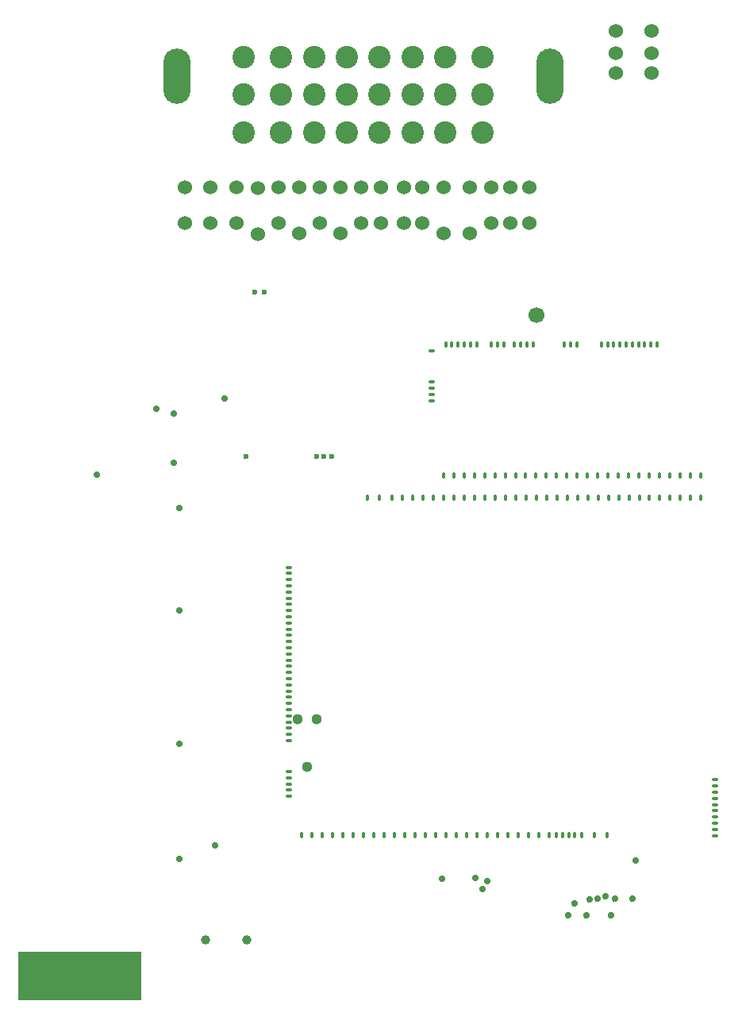
<source format=gbs>
G75*
G70*
%OFA0B0*%
%FSLAX25Y25*%
%IPPOS*%
%LPD*%
%AMOC8*
5,1,8,0,0,1.08239X$1,22.5*
%
%AMM213*
21,1,0.015350,0.009840,-0.000000,-0.000000,180.000000*
21,1,0.000000,0.025200,-0.000000,-0.000000,180.000000*
1,1,0.015350,-0.000000,0.004920*
1,1,0.015350,-0.000000,0.004920*
1,1,0.015350,-0.000000,-0.004920*
1,1,0.015350,-0.000000,-0.004920*
%
%AMM214*
21,1,0.015350,0.009840,-0.000000,-0.000000,270.000000*
21,1,0.000000,0.025200,-0.000000,-0.000000,270.000000*
1,1,0.015350,-0.004920,-0.000000*
1,1,0.015350,-0.004920,-0.000000*
1,1,0.015350,0.004920,-0.000000*
1,1,0.015350,0.004920,-0.000000*
%
%AMM279*
21,1,0.015350,0.009840,-0.000000,-0.000000,90.000000*
21,1,0.000000,0.025200,-0.000000,-0.000000,90.000000*
1,1,0.015350,0.004920,-0.000000*
1,1,0.015350,0.004920,-0.000000*
1,1,0.015350,-0.004920,-0.000000*
1,1,0.015350,-0.004920,-0.000000*
%
%ADD103O,0.11417X0.23228*%
%ADD107C,0.02362*%
%ADD121C,0.03937*%
%ADD139C,0.00472*%
%ADD181C,0.09449*%
%ADD193C,0.06000*%
%ADD208C,0.04451*%
%ADD35C,0.06693*%
%ADD365M213*%
%ADD366M214*%
%ADD437M279*%
%ADD74C,0.02913*%
X0000000Y0000000D02*
%LPD*%
G01*
D139*
X0026378Y0000591D02*
X0026378Y0020276D01*
X0026378Y0020276D02*
X0077559Y0020276D01*
X0077559Y0020276D02*
X0077559Y0000591D01*
X0077559Y0000591D02*
X0026378Y0000591D01*
G36*
X0077559Y0000591D02*
G01*
X0026378Y0000591D01*
X0026378Y0020276D01*
X0077559Y0020276D01*
X0077559Y0000591D01*
G37*
X0077559Y0000591D02*
X0026378Y0000591D01*
X0026378Y0020276D01*
X0077559Y0020276D01*
X0077559Y0000591D01*
D107*
X0277020Y0042540D03*
X0275347Y0035315D03*
X0273182Y0043386D03*
X0269737Y0042540D03*
X0266390Y0042245D03*
X0265111Y0035315D03*
X0259993Y0040473D03*
X0257434Y0035315D03*
X0285682Y0058642D03*
X0284501Y0042599D03*
D193*
X0196206Y0326364D03*
X0196206Y0341364D03*
X0188514Y0326449D03*
X0188514Y0341449D03*
X0144488Y0341535D03*
X0144488Y0322244D03*
G36*
G01*
X0199409Y0252348D02*
X0200394Y0252348D01*
G75*
G02*
X0200886Y0251856I0000000J-000492D01*
G01*
X0200886Y0251856D01*
G75*
G02*
X0200394Y0251364I-000492J0000000D01*
G01*
X0199409Y0251364D01*
G75*
G02*
X0198917Y0251856I0000000J0000492D01*
G01*
X0198917Y0251856D01*
G75*
G02*
X0199409Y0252348I0000492J0000000D01*
G01*
G37*
G36*
G01*
X0199409Y0254947D02*
X0200394Y0254947D01*
G75*
G02*
X0200886Y0254455I0000000J-000492D01*
G01*
X0200886Y0254455D01*
G75*
G02*
X0200394Y0253963I-000492J0000000D01*
G01*
X0199409Y0253963D01*
G75*
G02*
X0198917Y0254455I0000000J0000492D01*
G01*
X0198917Y0254455D01*
G75*
G02*
X0199409Y0254947I0000492J0000000D01*
G01*
G37*
G36*
G01*
X0199409Y0257545D02*
X0200394Y0257545D01*
G75*
G02*
X0200886Y0257053I0000000J-000492D01*
G01*
X0200886Y0257053D01*
G75*
G02*
X0200394Y0256561I-000492J0000000D01*
G01*
X0199409Y0256561D01*
G75*
G02*
X0198917Y0257053I0000000J0000492D01*
G01*
X0198917Y0257053D01*
G75*
G02*
X0199409Y0257545I0000492J0000000D01*
G01*
G37*
G36*
G01*
X0199409Y0260144D02*
X0200394Y0260144D01*
G75*
G02*
X0200886Y0259651I0000000J-000492D01*
G01*
X0200886Y0259651D01*
G75*
G02*
X0200394Y0259159I-000492J0000000D01*
G01*
X0199409Y0259159D01*
G75*
G02*
X0198917Y0259651I0000000J0000492D01*
G01*
X0198917Y0259651D01*
G75*
G02*
X0199409Y0260144I0000492J0000000D01*
G01*
G37*
G36*
G01*
X0199409Y0273136D02*
X0200394Y0273136D01*
G75*
G02*
X0200886Y0272644I0000000J-000492D01*
G01*
X0200886Y0272644D01*
G75*
G02*
X0200394Y0272152I-000492J0000000D01*
G01*
X0199409Y0272152D01*
G75*
G02*
X0198917Y0272644I0000000J0000492D01*
G01*
X0198917Y0272644D01*
G75*
G02*
X0199409Y0273136I0000492J0000000D01*
G01*
G37*
G36*
G01*
X0312677Y0219991D02*
X0312677Y0220975D01*
G75*
G02*
X0313169Y0221467I0000492J0000000D01*
G01*
X0313169Y0221467D01*
G75*
G02*
X0313661Y0220975I0000000J-000492D01*
G01*
X0313661Y0219991D01*
G75*
G02*
X0313169Y0219499I-000492J0000000D01*
G01*
X0313169Y0219499D01*
G75*
G02*
X0312677Y0219991I0000000J0000492D01*
G01*
G37*
G36*
G01*
X0309331Y0220975D02*
X0309331Y0219991D01*
G75*
G02*
X0308839Y0219499I-000492J0000000D01*
G01*
X0308839Y0219499D01*
G75*
G02*
X0308346Y0219991I0000000J0000492D01*
G01*
X0308346Y0220975D01*
G75*
G02*
X0308839Y0221467I0000492J0000000D01*
G01*
X0308839Y0221467D01*
G75*
G02*
X0309331Y0220975I0000000J-000492D01*
G01*
G37*
G36*
G01*
X0305000Y0220975D02*
X0305000Y0219991D01*
G75*
G02*
X0304508Y0219499I-000492J0000000D01*
G01*
X0304508Y0219499D01*
G75*
G02*
X0304016Y0219991I0000000J0000492D01*
G01*
X0304016Y0220975D01*
G75*
G02*
X0304508Y0221467I0000492J0000000D01*
G01*
X0304508Y0221467D01*
G75*
G02*
X0305000Y0220975I0000000J-000492D01*
G01*
G37*
G36*
G01*
X0300669Y0220975D02*
X0300669Y0219991D01*
G75*
G02*
X0300177Y0219499I-000492J0000000D01*
G01*
X0300177Y0219499D01*
G75*
G02*
X0299685Y0219991I0000000J0000492D01*
G01*
X0299685Y0220975D01*
G75*
G02*
X0300177Y0221467I0000492J0000000D01*
G01*
X0300177Y0221467D01*
G75*
G02*
X0300669Y0220975I0000000J-000492D01*
G01*
G37*
G36*
G01*
X0296339Y0220975D02*
X0296339Y0219991D01*
G75*
G02*
X0295846Y0219499I-000492J0000000D01*
G01*
X0295846Y0219499D01*
G75*
G02*
X0295354Y0219991I0000000J0000492D01*
G01*
X0295354Y0220975D01*
G75*
G02*
X0295846Y0221467I0000492J0000000D01*
G01*
X0295846Y0221467D01*
G75*
G02*
X0296339Y0220975I0000000J-000492D01*
G01*
G37*
G36*
G01*
X0292008Y0220975D02*
X0292008Y0219991D01*
G75*
G02*
X0291516Y0219499I-000492J0000000D01*
G01*
X0291516Y0219499D01*
G75*
G02*
X0291024Y0219991I0000000J0000492D01*
G01*
X0291024Y0220975D01*
G75*
G02*
X0291516Y0221467I0000492J0000000D01*
G01*
X0291516Y0221467D01*
G75*
G02*
X0292008Y0220975I0000000J-000492D01*
G01*
G37*
G36*
G01*
X0287677Y0220975D02*
X0287677Y0219991D01*
G75*
G02*
X0287185Y0219499I-000492J0000000D01*
G01*
X0287185Y0219499D01*
G75*
G02*
X0286693Y0219991I0000000J0000492D01*
G01*
X0286693Y0220975D01*
G75*
G02*
X0287185Y0221467I0000492J0000000D01*
G01*
X0287185Y0221467D01*
G75*
G02*
X0287677Y0220975I0000000J-000492D01*
G01*
G37*
G36*
G01*
X0283346Y0220975D02*
X0283346Y0219991D01*
G75*
G02*
X0282854Y0219499I-000492J0000000D01*
G01*
X0282854Y0219499D01*
G75*
G02*
X0282362Y0219991I0000000J0000492D01*
G01*
X0282362Y0220975D01*
G75*
G02*
X0282854Y0221467I0000492J0000000D01*
G01*
X0282854Y0221467D01*
G75*
G02*
X0283346Y0220975I0000000J-000492D01*
G01*
G37*
G36*
G01*
X0279016Y0220975D02*
X0279016Y0219991D01*
G75*
G02*
X0278524Y0219499I-000492J0000000D01*
G01*
X0278524Y0219499D01*
G75*
G02*
X0278032Y0219991I0000000J0000492D01*
G01*
X0278032Y0220975D01*
G75*
G02*
X0278524Y0221467I0000492J0000000D01*
G01*
X0278524Y0221467D01*
G75*
G02*
X0279016Y0220975I0000000J-000492D01*
G01*
G37*
G36*
G01*
X0274685Y0220975D02*
X0274685Y0219991D01*
G75*
G02*
X0274193Y0219499I-000492J0000000D01*
G01*
X0274193Y0219499D01*
G75*
G02*
X0273701Y0219991I0000000J0000492D01*
G01*
X0273701Y0220975D01*
G75*
G02*
X0274193Y0221467I0000492J0000000D01*
G01*
X0274193Y0221467D01*
G75*
G02*
X0274685Y0220975I0000000J-000492D01*
G01*
G37*
G36*
G01*
X0270354Y0220975D02*
X0270354Y0219991D01*
G75*
G02*
X0269862Y0219499I-000492J0000000D01*
G01*
X0269862Y0219499D01*
G75*
G02*
X0269370Y0219991I0000000J0000492D01*
G01*
X0269370Y0220975D01*
G75*
G02*
X0269862Y0221467I0000492J0000000D01*
G01*
X0269862Y0221467D01*
G75*
G02*
X0270354Y0220975I0000000J-000492D01*
G01*
G37*
G36*
G01*
X0266024Y0220975D02*
X0266024Y0219991D01*
G75*
G02*
X0265532Y0219499I-000492J0000000D01*
G01*
X0265532Y0219499D01*
G75*
G02*
X0265039Y0219991I0000000J0000492D01*
G01*
X0265039Y0220975D01*
G75*
G02*
X0265532Y0221467I0000492J0000000D01*
G01*
X0265532Y0221467D01*
G75*
G02*
X0266024Y0220975I0000000J-000492D01*
G01*
G37*
G36*
G01*
X0261693Y0220975D02*
X0261693Y0219991D01*
G75*
G02*
X0261201Y0219499I-000492J0000000D01*
G01*
X0261201Y0219499D01*
G75*
G02*
X0260709Y0219991I0000000J0000492D01*
G01*
X0260709Y0220975D01*
G75*
G02*
X0261201Y0221467I0000492J0000000D01*
G01*
X0261201Y0221467D01*
G75*
G02*
X0261693Y0220975I0000000J-000492D01*
G01*
G37*
G36*
G01*
X0257362Y0220975D02*
X0257362Y0219991D01*
G75*
G02*
X0256870Y0219499I-000492J0000000D01*
G01*
X0256870Y0219499D01*
G75*
G02*
X0256378Y0219991I0000000J0000492D01*
G01*
X0256378Y0220975D01*
G75*
G02*
X0256870Y0221467I0000492J0000000D01*
G01*
X0256870Y0221467D01*
G75*
G02*
X0257362Y0220975I0000000J-000492D01*
G01*
G37*
G36*
G01*
X0253032Y0220975D02*
X0253032Y0219991D01*
G75*
G02*
X0252539Y0219499I-000492J0000000D01*
G01*
X0252539Y0219499D01*
G75*
G02*
X0252047Y0219991I0000000J0000492D01*
G01*
X0252047Y0220975D01*
G75*
G02*
X0252539Y0221467I0000492J0000000D01*
G01*
X0252539Y0221467D01*
G75*
G02*
X0253032Y0220975I0000000J-000492D01*
G01*
G37*
G36*
G01*
X0248701Y0220975D02*
X0248701Y0219991D01*
G75*
G02*
X0248209Y0219499I-000492J0000000D01*
G01*
X0248209Y0219499D01*
G75*
G02*
X0247717Y0219991I0000000J0000492D01*
G01*
X0247717Y0220975D01*
G75*
G02*
X0248209Y0221467I0000492J0000000D01*
G01*
X0248209Y0221467D01*
G75*
G02*
X0248701Y0220975I0000000J-000492D01*
G01*
G37*
G36*
G01*
X0244370Y0220975D02*
X0244370Y0219991D01*
G75*
G02*
X0243878Y0219499I-000492J0000000D01*
G01*
X0243878Y0219499D01*
G75*
G02*
X0243386Y0219991I0000000J0000492D01*
G01*
X0243386Y0220975D01*
G75*
G02*
X0243878Y0221467I0000492J0000000D01*
G01*
X0243878Y0221467D01*
G75*
G02*
X0244370Y0220975I0000000J-000492D01*
G01*
G37*
G36*
G01*
X0240039Y0220975D02*
X0240039Y0219991D01*
G75*
G02*
X0239547Y0219499I-000492J0000000D01*
G01*
X0239547Y0219499D01*
G75*
G02*
X0239055Y0219991I0000000J0000492D01*
G01*
X0239055Y0220975D01*
G75*
G02*
X0239547Y0221467I0000492J0000000D01*
G01*
X0239547Y0221467D01*
G75*
G02*
X0240039Y0220975I0000000J-000492D01*
G01*
G37*
G36*
G01*
X0235709Y0220975D02*
X0235709Y0219991D01*
G75*
G02*
X0235217Y0219499I-000492J0000000D01*
G01*
X0235217Y0219499D01*
G75*
G02*
X0234725Y0219991I0000000J0000492D01*
G01*
X0234725Y0220975D01*
G75*
G02*
X0235217Y0221467I0000492J0000000D01*
G01*
X0235217Y0221467D01*
G75*
G02*
X0235709Y0220975I0000000J-000492D01*
G01*
G37*
G36*
G01*
X0231378Y0220975D02*
X0231378Y0219991D01*
G75*
G02*
X0230886Y0219499I-000492J0000000D01*
G01*
X0230886Y0219499D01*
G75*
G02*
X0230394Y0219991I0000000J0000492D01*
G01*
X0230394Y0220975D01*
G75*
G02*
X0230886Y0221467I0000492J0000000D01*
G01*
X0230886Y0221467D01*
G75*
G02*
X0231378Y0220975I0000000J-000492D01*
G01*
G37*
G36*
G01*
X0227047Y0220975D02*
X0227047Y0219991D01*
G75*
G02*
X0226555Y0219499I-000492J0000000D01*
G01*
X0226555Y0219499D01*
G75*
G02*
X0226063Y0219991I0000000J0000492D01*
G01*
X0226063Y0220975D01*
G75*
G02*
X0226555Y0221467I0000492J0000000D01*
G01*
X0226555Y0221467D01*
G75*
G02*
X0227047Y0220975I0000000J-000492D01*
G01*
G37*
G36*
G01*
X0222717Y0220975D02*
X0222717Y0219991D01*
G75*
G02*
X0222225Y0219499I-000492J0000000D01*
G01*
X0222225Y0219499D01*
G75*
G02*
X0221732Y0219991I0000000J0000492D01*
G01*
X0221732Y0220975D01*
G75*
G02*
X0222225Y0221467I0000492J0000000D01*
G01*
X0222225Y0221467D01*
G75*
G02*
X0222717Y0220975I0000000J-000492D01*
G01*
G37*
G36*
G01*
X0218386Y0220975D02*
X0218386Y0219991D01*
G75*
G02*
X0217894Y0219499I-000492J0000000D01*
G01*
X0217894Y0219499D01*
G75*
G02*
X0217402Y0219991I0000000J0000492D01*
G01*
X0217402Y0220975D01*
G75*
G02*
X0217894Y0221467I0000492J0000000D01*
G01*
X0217894Y0221467D01*
G75*
G02*
X0218386Y0220975I0000000J-000492D01*
G01*
G37*
G36*
G01*
X0214055Y0220975D02*
X0214055Y0219991D01*
G75*
G02*
X0213563Y0219499I-000492J0000000D01*
G01*
X0213563Y0219499D01*
G75*
G02*
X0213071Y0219991I0000000J0000492D01*
G01*
X0213071Y0220975D01*
G75*
G02*
X0213563Y0221467I0000492J0000000D01*
G01*
X0213563Y0221467D01*
G75*
G02*
X0214055Y0220975I0000000J-000492D01*
G01*
G37*
G36*
G01*
X0209725Y0220975D02*
X0209725Y0219991D01*
G75*
G02*
X0209232Y0219499I-000492J0000000D01*
G01*
X0209232Y0219499D01*
G75*
G02*
X0208740Y0219991I0000000J0000492D01*
G01*
X0208740Y0220975D01*
G75*
G02*
X0209232Y0221467I0000492J0000000D01*
G01*
X0209232Y0221467D01*
G75*
G02*
X0209725Y0220975I0000000J-000492D01*
G01*
G37*
G36*
G01*
X0205394Y0220975D02*
X0205394Y0219991D01*
G75*
G02*
X0204902Y0219499I-000492J0000000D01*
G01*
X0204902Y0219499D01*
G75*
G02*
X0204410Y0219991I0000000J0000492D01*
G01*
X0204410Y0220975D01*
G75*
G02*
X0204902Y0221467I0000492J0000000D01*
G01*
X0204902Y0221467D01*
G75*
G02*
X0205394Y0220975I0000000J-000492D01*
G01*
G37*
G36*
G01*
X0206382Y0275944D02*
X0206382Y0274959D01*
G75*
G02*
X0205890Y0274467I-000492J0000000D01*
G01*
X0205890Y0274467D01*
G75*
G02*
X0205398Y0274959I0000000J0000492D01*
G01*
X0205398Y0275944D01*
G75*
G02*
X0205890Y0276436I0000492J0000000D01*
G01*
X0205890Y0276436D01*
G75*
G02*
X0206382Y0275944I0000000J-000492D01*
G01*
G37*
G36*
G01*
X0208980Y0275944D02*
X0208980Y0274959D01*
G75*
G02*
X0208488Y0274467I-000492J0000000D01*
G01*
X0208488Y0274467D01*
G75*
G02*
X0207996Y0274959I0000000J0000492D01*
G01*
X0207996Y0275944D01*
G75*
G02*
X0208488Y0276436I0000492J0000000D01*
G01*
X0208488Y0276436D01*
G75*
G02*
X0208980Y0275944I0000000J-000492D01*
G01*
G37*
G36*
G01*
X0211579Y0275944D02*
X0211579Y0274959D01*
G75*
G02*
X0211087Y0274467I-000492J0000000D01*
G01*
X0211087Y0274467D01*
G75*
G02*
X0210594Y0274959I0000000J0000492D01*
G01*
X0210594Y0275944D01*
G75*
G02*
X0211087Y0276436I0000492J0000000D01*
G01*
X0211087Y0276436D01*
G75*
G02*
X0211579Y0275944I0000000J-000492D01*
G01*
G37*
G36*
G01*
X0214177Y0275944D02*
X0214177Y0274959D01*
G75*
G02*
X0213685Y0274467I-000492J0000000D01*
G01*
X0213685Y0274467D01*
G75*
G02*
X0213193Y0274959I0000000J0000492D01*
G01*
X0213193Y0275944D01*
G75*
G02*
X0213685Y0276436I0000492J0000000D01*
G01*
X0213685Y0276436D01*
G75*
G02*
X0214177Y0275944I0000000J-000492D01*
G01*
G37*
G36*
G01*
X0216776Y0275944D02*
X0216776Y0274959D01*
G75*
G02*
X0216283Y0274467I-000492J0000000D01*
G01*
X0216283Y0274467D01*
G75*
G02*
X0215791Y0274959I0000000J0000492D01*
G01*
X0215791Y0275944D01*
G75*
G02*
X0216283Y0276436I0000492J0000000D01*
G01*
X0216283Y0276436D01*
G75*
G02*
X0216776Y0275944I0000000J-000492D01*
G01*
G37*
G36*
G01*
X0219374Y0275944D02*
X0219374Y0274959D01*
G75*
G02*
X0218882Y0274467I-000492J0000000D01*
G01*
X0218882Y0274467D01*
G75*
G02*
X0218390Y0274959I0000000J0000492D01*
G01*
X0218390Y0275944D01*
G75*
G02*
X0218882Y0276436I0000492J0000000D01*
G01*
X0218882Y0276436D01*
G75*
G02*
X0219374Y0275944I0000000J-000492D01*
G01*
G37*
G36*
G01*
X0225677Y0275944D02*
X0225677Y0274959D01*
G75*
G02*
X0225185Y0274467I-000492J0000000D01*
G01*
X0225185Y0274467D01*
G75*
G02*
X0224693Y0274959I0000000J0000492D01*
G01*
X0224693Y0275944D01*
G75*
G02*
X0225185Y0276436I0000492J0000000D01*
G01*
X0225185Y0276436D01*
G75*
G02*
X0225677Y0275944I0000000J-000492D01*
G01*
G37*
G36*
G01*
X0228276Y0275944D02*
X0228276Y0274959D01*
G75*
G02*
X0227783Y0274467I-000492J0000000D01*
G01*
X0227783Y0274467D01*
G75*
G02*
X0227291Y0274959I0000000J0000492D01*
G01*
X0227291Y0275944D01*
G75*
G02*
X0227783Y0276436I0000492J0000000D01*
G01*
X0227783Y0276436D01*
G75*
G02*
X0228276Y0275944I0000000J-000492D01*
G01*
G37*
G36*
G01*
X0230874Y0275944D02*
X0230874Y0274959D01*
G75*
G02*
X0230382Y0274467I-000492J0000000D01*
G01*
X0230382Y0274467D01*
G75*
G02*
X0229890Y0274959I0000000J0000492D01*
G01*
X0229890Y0275944D01*
G75*
G02*
X0230382Y0276436I0000492J0000000D01*
G01*
X0230382Y0276436D01*
G75*
G02*
X0230874Y0275944I0000000J-000492D01*
G01*
G37*
G36*
G01*
X0235287Y0275944D02*
X0235287Y0274959D01*
G75*
G02*
X0234795Y0274467I-000492J0000000D01*
G01*
X0234795Y0274467D01*
G75*
G02*
X0234303Y0274959I0000000J0000492D01*
G01*
X0234303Y0275944D01*
G75*
G02*
X0234795Y0276436I0000492J0000000D01*
G01*
X0234795Y0276436D01*
G75*
G02*
X0235287Y0275944I0000000J-000492D01*
G01*
G37*
G36*
G01*
X0237885Y0275944D02*
X0237885Y0274959D01*
G75*
G02*
X0237393Y0274467I-000492J0000000D01*
G01*
X0237393Y0274467D01*
G75*
G02*
X0236901Y0274959I0000000J0000492D01*
G01*
X0236901Y0275944D01*
G75*
G02*
X0237393Y0276436I0000492J0000000D01*
G01*
X0237393Y0276436D01*
G75*
G02*
X0237885Y0275944I0000000J-000492D01*
G01*
G37*
G36*
G01*
X0240484Y0275944D02*
X0240484Y0274959D01*
G75*
G02*
X0239992Y0274467I-000492J0000000D01*
G01*
X0239992Y0274467D01*
G75*
G02*
X0239500Y0274959I0000000J0000492D01*
G01*
X0239500Y0275944D01*
G75*
G02*
X0239992Y0276436I0000492J0000000D01*
G01*
X0239992Y0276436D01*
G75*
G02*
X0240484Y0275944I0000000J-000492D01*
G01*
G37*
G36*
G01*
X0243082Y0275944D02*
X0243082Y0274959D01*
G75*
G02*
X0242590Y0274467I-000492J0000000D01*
G01*
X0242590Y0274467D01*
G75*
G02*
X0242098Y0274959I0000000J0000492D01*
G01*
X0242098Y0275944D01*
G75*
G02*
X0242590Y0276436I0000492J0000000D01*
G01*
X0242590Y0276436D01*
G75*
G02*
X0243082Y0275944I0000000J-000492D01*
G01*
G37*
G36*
G01*
X0256177Y0275944D02*
X0256177Y0274959D01*
G75*
G02*
X0255685Y0274467I-000492J0000000D01*
G01*
X0255685Y0274467D01*
G75*
G02*
X0255193Y0274959I0000000J0000492D01*
G01*
X0255193Y0275944D01*
G75*
G02*
X0255685Y0276436I0000492J0000000D01*
G01*
X0255685Y0276436D01*
G75*
G02*
X0256177Y0275944I0000000J-000492D01*
G01*
G37*
G36*
G01*
X0258776Y0275944D02*
X0258776Y0274959D01*
G75*
G02*
X0258283Y0274467I-000492J0000000D01*
G01*
X0258283Y0274467D01*
G75*
G02*
X0257791Y0274959I0000000J0000492D01*
G01*
X0257791Y0275944D01*
G75*
G02*
X0258283Y0276436I0000492J0000000D01*
G01*
X0258283Y0276436D01*
G75*
G02*
X0258776Y0275944I0000000J-000492D01*
G01*
G37*
G36*
G01*
X0261374Y0275944D02*
X0261374Y0274959D01*
G75*
G02*
X0260882Y0274467I-000492J0000000D01*
G01*
X0260882Y0274467D01*
G75*
G02*
X0260390Y0274959I0000000J0000492D01*
G01*
X0260390Y0275944D01*
G75*
G02*
X0260882Y0276436I0000492J0000000D01*
G01*
X0260882Y0276436D01*
G75*
G02*
X0261374Y0275944I0000000J-000492D01*
G01*
G37*
G36*
G01*
X0271791Y0275944D02*
X0271791Y0274959D01*
G75*
G02*
X0271299Y0274467I-000492J0000000D01*
G01*
X0271299Y0274467D01*
G75*
G02*
X0270807Y0274959I0000000J0000492D01*
G01*
X0270807Y0275944D01*
G75*
G02*
X0271299Y0276436I0000492J0000000D01*
G01*
X0271299Y0276436D01*
G75*
G02*
X0271791Y0275944I0000000J-000492D01*
G01*
G37*
G36*
G01*
X0274390Y0275944D02*
X0274390Y0274959D01*
G75*
G02*
X0273898Y0274467I-000492J0000000D01*
G01*
X0273898Y0274467D01*
G75*
G02*
X0273405Y0274959I0000000J0000492D01*
G01*
X0273405Y0275944D01*
G75*
G02*
X0273898Y0276436I0000492J0000000D01*
G01*
X0273898Y0276436D01*
G75*
G02*
X0274390Y0275944I0000000J-000492D01*
G01*
G37*
G36*
G01*
X0276988Y0275944D02*
X0276988Y0274959D01*
G75*
G02*
X0276496Y0274467I-000492J0000000D01*
G01*
X0276496Y0274467D01*
G75*
G02*
X0276004Y0274959I0000000J0000492D01*
G01*
X0276004Y0275944D01*
G75*
G02*
X0276496Y0276436I0000492J0000000D01*
G01*
X0276496Y0276436D01*
G75*
G02*
X0276988Y0275944I0000000J-000492D01*
G01*
G37*
G36*
G01*
X0279587Y0275944D02*
X0279587Y0274959D01*
G75*
G02*
X0279094Y0274467I-000492J0000000D01*
G01*
X0279094Y0274467D01*
G75*
G02*
X0278602Y0274959I0000000J0000492D01*
G01*
X0278602Y0275944D01*
G75*
G02*
X0279094Y0276436I0000492J0000000D01*
G01*
X0279094Y0276436D01*
G75*
G02*
X0279587Y0275944I0000000J-000492D01*
G01*
G37*
G36*
G01*
X0282185Y0275944D02*
X0282185Y0274959D01*
G75*
G02*
X0281693Y0274467I-000492J0000000D01*
G01*
X0281693Y0274467D01*
G75*
G02*
X0281201Y0274959I0000000J0000492D01*
G01*
X0281201Y0275944D01*
G75*
G02*
X0281693Y0276436I0000492J0000000D01*
G01*
X0281693Y0276436D01*
G75*
G02*
X0282185Y0275944I0000000J-000492D01*
G01*
G37*
G36*
G01*
X0284783Y0275944D02*
X0284783Y0274959D01*
G75*
G02*
X0284291Y0274467I-000492J0000000D01*
G01*
X0284291Y0274467D01*
G75*
G02*
X0283799Y0274959I0000000J0000492D01*
G01*
X0283799Y0275944D01*
G75*
G02*
X0284291Y0276436I0000492J0000000D01*
G01*
X0284291Y0276436D01*
G75*
G02*
X0284783Y0275944I0000000J-000492D01*
G01*
G37*
G36*
G01*
X0287382Y0275944D02*
X0287382Y0274959D01*
G75*
G02*
X0286890Y0274467I-000492J0000000D01*
G01*
X0286890Y0274467D01*
G75*
G02*
X0286398Y0274959I0000000J0000492D01*
G01*
X0286398Y0275944D01*
G75*
G02*
X0286890Y0276436I0000492J0000000D01*
G01*
X0286890Y0276436D01*
G75*
G02*
X0287382Y0275944I0000000J-000492D01*
G01*
G37*
G36*
G01*
X0289980Y0275944D02*
X0289980Y0274959D01*
G75*
G02*
X0289488Y0274467I-000492J0000000D01*
G01*
X0289488Y0274467D01*
G75*
G02*
X0288996Y0274959I0000000J0000492D01*
G01*
X0288996Y0275944D01*
G75*
G02*
X0289488Y0276436I0000492J0000000D01*
G01*
X0289488Y0276436D01*
G75*
G02*
X0289980Y0275944I0000000J-000492D01*
G01*
G37*
G36*
G01*
X0292579Y0275944D02*
X0292579Y0274959D01*
G75*
G02*
X0292087Y0274467I-000492J0000000D01*
G01*
X0292087Y0274467D01*
G75*
G02*
X0291594Y0274959I0000000J0000492D01*
G01*
X0291594Y0275944D01*
G75*
G02*
X0292087Y0276436I0000492J0000000D01*
G01*
X0292087Y0276436D01*
G75*
G02*
X0292579Y0275944I0000000J-000492D01*
G01*
G37*
G36*
G01*
X0295177Y0275944D02*
X0295177Y0274959D01*
G75*
G02*
X0294685Y0274467I-000492J0000000D01*
G01*
X0294685Y0274467D01*
G75*
G02*
X0294193Y0274959I0000000J0000492D01*
G01*
X0294193Y0275944D01*
G75*
G02*
X0294685Y0276436I0000492J0000000D01*
G01*
X0294685Y0276436D01*
G75*
G02*
X0295177Y0275944I0000000J-000492D01*
G01*
G37*
D35*
X0243929Y0287795D03*
D193*
X0096457Y0326358D03*
X0096457Y0341358D03*
X0292539Y0407087D03*
X0277539Y0407087D03*
D121*
X0122441Y0025394D03*
X0105118Y0025394D03*
D193*
X0153150Y0326358D03*
X0153150Y0341358D03*
X0178740Y0326358D03*
X0178740Y0341358D03*
D107*
X0223516Y0050148D03*
X0221449Y0046703D03*
X0218496Y0051329D03*
X0204520Y0051033D03*
X0059315Y0220622D03*
X0091697Y0225838D03*
X0091628Y0246439D03*
X0084217Y0248378D03*
X0113154Y0252807D03*
X0122146Y0228346D03*
X0151673Y0228346D03*
X0154823Y0228346D03*
X0157972Y0228346D03*
X0129626Y0297343D03*
X0125689Y0297343D03*
D193*
X0170472Y0326358D03*
X0170472Y0341358D03*
X0118110Y0326358D03*
X0118110Y0341358D03*
X0215929Y0341339D03*
X0215929Y0322047D03*
X0277539Y0389370D03*
X0292539Y0389370D03*
X0161811Y0341535D03*
X0161811Y0322244D03*
G36*
G01*
X0139411Y0086235D02*
X0140396Y0086235D01*
G75*
G02*
X0140888Y0085743I0000000J-000492D01*
G01*
X0140888Y0085743D01*
G75*
G02*
X0140396Y0085250I-000492J0000000D01*
G01*
X0139411Y0085250D01*
G75*
G02*
X0138919Y0085743I0000000J0000492D01*
G01*
X0138919Y0085743D01*
G75*
G02*
X0139411Y0086235I0000492J0000000D01*
G01*
G37*
G36*
G01*
X0140396Y0087849D02*
X0139411Y0087849D01*
G75*
G02*
X0138919Y0088341I0000000J0000492D01*
G01*
X0138919Y0088341D01*
G75*
G02*
X0139411Y0088833I0000492J0000000D01*
G01*
X0140396Y0088833D01*
G75*
G02*
X0140888Y0088341I0000000J-000492D01*
G01*
X0140888Y0088341D01*
G75*
G02*
X0140396Y0087849I-000492J0000000D01*
G01*
G37*
G36*
G01*
X0140396Y0090447D02*
X0139411Y0090447D01*
G75*
G02*
X0138919Y0090939I0000000J0000492D01*
G01*
X0138919Y0090939D01*
G75*
G02*
X0139411Y0091432I0000492J0000000D01*
G01*
X0140396Y0091432D01*
G75*
G02*
X0140888Y0090939I0000000J-000492D01*
G01*
X0140888Y0090939D01*
G75*
G02*
X0140396Y0090447I-000492J0000000D01*
G01*
G37*
G36*
G01*
X0140396Y0093046D02*
X0139411Y0093046D01*
G75*
G02*
X0138919Y0093538I0000000J0000492D01*
G01*
X0138919Y0093538D01*
G75*
G02*
X0139411Y0094030I0000492J0000000D01*
G01*
X0140396Y0094030D01*
G75*
G02*
X0140888Y0093538I0000000J-000492D01*
G01*
X0140888Y0093538D01*
G75*
G02*
X0140396Y0093046I-000492J0000000D01*
G01*
G37*
G36*
G01*
X0140396Y0095644D02*
X0139411Y0095644D01*
G75*
G02*
X0138919Y0096136I0000000J0000492D01*
G01*
X0138919Y0096136D01*
G75*
G02*
X0139411Y0096628I0000492J0000000D01*
G01*
X0140396Y0096628D01*
G75*
G02*
X0140888Y0096136I0000000J-000492D01*
G01*
X0140888Y0096136D01*
G75*
G02*
X0140396Y0095644I-000492J0000000D01*
G01*
G37*
G36*
G01*
X0140396Y0108636D02*
X0139411Y0108636D01*
G75*
G02*
X0138919Y0109128I0000000J0000492D01*
G01*
X0138919Y0109128D01*
G75*
G02*
X0139411Y0109621I0000492J0000000D01*
G01*
X0140396Y0109621D01*
G75*
G02*
X0140888Y0109128I0000000J-000492D01*
G01*
X0140888Y0109128D01*
G75*
G02*
X0140396Y0108636I-000492J0000000D01*
G01*
G37*
G36*
G01*
X0140396Y0111235D02*
X0139411Y0111235D01*
G75*
G02*
X0138919Y0111727I0000000J0000492D01*
G01*
X0138919Y0111727D01*
G75*
G02*
X0139411Y0112219I0000492J0000000D01*
G01*
X0140396Y0112219D01*
G75*
G02*
X0140888Y0111727I0000000J-000492D01*
G01*
X0140888Y0111727D01*
G75*
G02*
X0140396Y0111235I-000492J0000000D01*
G01*
G37*
G36*
G01*
X0140396Y0113833D02*
X0139411Y0113833D01*
G75*
G02*
X0138919Y0114325I0000000J0000492D01*
G01*
X0138919Y0114325D01*
G75*
G02*
X0139411Y0114817I0000492J0000000D01*
G01*
X0140396Y0114817D01*
G75*
G02*
X0140888Y0114325I0000000J-000492D01*
G01*
X0140888Y0114325D01*
G75*
G02*
X0140396Y0113833I-000492J0000000D01*
G01*
G37*
G36*
G01*
X0140396Y0116432D02*
X0139411Y0116432D01*
G75*
G02*
X0138919Y0116924I0000000J0000492D01*
G01*
X0138919Y0116924D01*
G75*
G02*
X0139411Y0117416I0000492J0000000D01*
G01*
X0140396Y0117416D01*
G75*
G02*
X0140888Y0116924I0000000J-000492D01*
G01*
X0140888Y0116924D01*
G75*
G02*
X0140396Y0116432I-000492J0000000D01*
G01*
G37*
G36*
G01*
X0140396Y0119030D02*
X0139411Y0119030D01*
G75*
G02*
X0138919Y0119522I0000000J0000492D01*
G01*
X0138919Y0119522D01*
G75*
G02*
X0139411Y0120014I0000492J0000000D01*
G01*
X0140396Y0120014D01*
G75*
G02*
X0140888Y0119522I0000000J-000492D01*
G01*
X0140888Y0119522D01*
G75*
G02*
X0140396Y0119030I-000492J0000000D01*
G01*
G37*
G36*
G01*
X0140396Y0121628D02*
X0139411Y0121628D01*
G75*
G02*
X0138919Y0122121I0000000J0000492D01*
G01*
X0138919Y0122121D01*
G75*
G02*
X0139411Y0122613I0000492J0000000D01*
G01*
X0140396Y0122613D01*
G75*
G02*
X0140888Y0122121I0000000J-000492D01*
G01*
X0140888Y0122121D01*
G75*
G02*
X0140396Y0121628I-000492J0000000D01*
G01*
G37*
G36*
G01*
X0140396Y0124227D02*
X0139411Y0124227D01*
G75*
G02*
X0138919Y0124719I0000000J0000492D01*
G01*
X0138919Y0124719D01*
G75*
G02*
X0139411Y0125211I0000492J0000000D01*
G01*
X0140396Y0125211D01*
G75*
G02*
X0140888Y0124719I0000000J-000492D01*
G01*
X0140888Y0124719D01*
G75*
G02*
X0140396Y0124227I-000492J0000000D01*
G01*
G37*
G36*
G01*
X0140396Y0126825D02*
X0139411Y0126825D01*
G75*
G02*
X0138919Y0127317I0000000J0000492D01*
G01*
X0138919Y0127317D01*
G75*
G02*
X0139411Y0127810I0000492J0000000D01*
G01*
X0140396Y0127810D01*
G75*
G02*
X0140888Y0127317I0000000J-000492D01*
G01*
X0140888Y0127317D01*
G75*
G02*
X0140396Y0126825I-000492J0000000D01*
G01*
G37*
G36*
G01*
X0140396Y0129424D02*
X0139411Y0129424D01*
G75*
G02*
X0138919Y0129916I0000000J0000492D01*
G01*
X0138919Y0129916D01*
G75*
G02*
X0139411Y0130408I0000492J0000000D01*
G01*
X0140396Y0130408D01*
G75*
G02*
X0140888Y0129916I0000000J-000492D01*
G01*
X0140888Y0129916D01*
G75*
G02*
X0140396Y0129424I-000492J0000000D01*
G01*
G37*
G36*
G01*
X0140396Y0132022D02*
X0139411Y0132022D01*
G75*
G02*
X0138919Y0132514I0000000J0000492D01*
G01*
X0138919Y0132514D01*
G75*
G02*
X0139411Y0133006I0000492J0000000D01*
G01*
X0140396Y0133006D01*
G75*
G02*
X0140888Y0132514I0000000J-000492D01*
G01*
X0140888Y0132514D01*
G75*
G02*
X0140396Y0132022I-000492J0000000D01*
G01*
G37*
G36*
G01*
X0140396Y0134621D02*
X0139411Y0134621D01*
G75*
G02*
X0138919Y0135113I0000000J0000492D01*
G01*
X0138919Y0135113D01*
G75*
G02*
X0139411Y0135605I0000492J0000000D01*
G01*
X0140396Y0135605D01*
G75*
G02*
X0140888Y0135113I0000000J-000492D01*
G01*
X0140888Y0135113D01*
G75*
G02*
X0140396Y0134621I-000492J0000000D01*
G01*
G37*
G36*
G01*
X0140396Y0137219D02*
X0139411Y0137219D01*
G75*
G02*
X0138919Y0137711I0000000J0000492D01*
G01*
X0138919Y0137711D01*
G75*
G02*
X0139411Y0138203I0000492J0000000D01*
G01*
X0140396Y0138203D01*
G75*
G02*
X0140888Y0137711I0000000J-000492D01*
G01*
X0140888Y0137711D01*
G75*
G02*
X0140396Y0137219I-000492J0000000D01*
G01*
G37*
G36*
G01*
X0140396Y0139817D02*
X0139411Y0139817D01*
G75*
G02*
X0138919Y0140310I0000000J0000492D01*
G01*
X0138919Y0140310D01*
G75*
G02*
X0139411Y0140802I0000492J0000000D01*
G01*
X0140396Y0140802D01*
G75*
G02*
X0140888Y0140310I0000000J-000492D01*
G01*
X0140888Y0140310D01*
G75*
G02*
X0140396Y0139817I-000492J0000000D01*
G01*
G37*
G36*
G01*
X0140396Y0142416D02*
X0139411Y0142416D01*
G75*
G02*
X0138919Y0142908I0000000J0000492D01*
G01*
X0138919Y0142908D01*
G75*
G02*
X0139411Y0143400I0000492J0000000D01*
G01*
X0140396Y0143400D01*
G75*
G02*
X0140888Y0142908I0000000J-000492D01*
G01*
X0140888Y0142908D01*
G75*
G02*
X0140396Y0142416I-000492J0000000D01*
G01*
G37*
G36*
G01*
X0140396Y0145014D02*
X0139411Y0145014D01*
G75*
G02*
X0138919Y0145506I0000000J0000492D01*
G01*
X0138919Y0145506D01*
G75*
G02*
X0139411Y0145999I0000492J0000000D01*
G01*
X0140396Y0145999D01*
G75*
G02*
X0140888Y0145506I0000000J-000492D01*
G01*
X0140888Y0145506D01*
G75*
G02*
X0140396Y0145014I-000492J0000000D01*
G01*
G37*
G36*
G01*
X0140396Y0147613D02*
X0139411Y0147613D01*
G75*
G02*
X0138919Y0148105I0000000J0000492D01*
G01*
X0138919Y0148105D01*
G75*
G02*
X0139411Y0148597I0000492J0000000D01*
G01*
X0140396Y0148597D01*
G75*
G02*
X0140888Y0148105I0000000J-000492D01*
G01*
X0140888Y0148105D01*
G75*
G02*
X0140396Y0147613I-000492J0000000D01*
G01*
G37*
G36*
G01*
X0140396Y0150211D02*
X0139411Y0150211D01*
G75*
G02*
X0138919Y0150703I0000000J0000492D01*
G01*
X0138919Y0150703D01*
G75*
G02*
X0139411Y0151195I0000492J0000000D01*
G01*
X0140396Y0151195D01*
G75*
G02*
X0140888Y0150703I0000000J-000492D01*
G01*
X0140888Y0150703D01*
G75*
G02*
X0140396Y0150211I-000492J0000000D01*
G01*
G37*
G36*
G01*
X0140396Y0152810D02*
X0139411Y0152810D01*
G75*
G02*
X0138919Y0153302I0000000J0000492D01*
G01*
X0138919Y0153302D01*
G75*
G02*
X0139411Y0153794I0000492J0000000D01*
G01*
X0140396Y0153794D01*
G75*
G02*
X0140888Y0153302I0000000J-000492D01*
G01*
X0140888Y0153302D01*
G75*
G02*
X0140396Y0152810I-000492J0000000D01*
G01*
G37*
G36*
G01*
X0140396Y0155408D02*
X0139411Y0155408D01*
G75*
G02*
X0138919Y0155900I0000000J0000492D01*
G01*
X0138919Y0155900D01*
G75*
G02*
X0139411Y0156392I0000492J0000000D01*
G01*
X0140396Y0156392D01*
G75*
G02*
X0140888Y0155900I0000000J-000492D01*
G01*
X0140888Y0155900D01*
G75*
G02*
X0140396Y0155408I-000492J0000000D01*
G01*
G37*
G36*
G01*
X0140396Y0158006D02*
X0139411Y0158006D01*
G75*
G02*
X0138919Y0158499I0000000J0000492D01*
G01*
X0138919Y0158499D01*
G75*
G02*
X0139411Y0158991I0000492J0000000D01*
G01*
X0140396Y0158991D01*
G75*
G02*
X0140888Y0158499I0000000J-000492D01*
G01*
X0140888Y0158499D01*
G75*
G02*
X0140396Y0158006I-000492J0000000D01*
G01*
G37*
G36*
G01*
X0140396Y0160605D02*
X0139411Y0160605D01*
G75*
G02*
X0138919Y0161097I0000000J0000492D01*
G01*
X0138919Y0161097D01*
G75*
G02*
X0139411Y0161589I0000492J0000000D01*
G01*
X0140396Y0161589D01*
G75*
G02*
X0140888Y0161097I0000000J-000492D01*
G01*
X0140888Y0161097D01*
G75*
G02*
X0140396Y0160605I-000492J0000000D01*
G01*
G37*
G36*
G01*
X0140396Y0163203D02*
X0139411Y0163203D01*
G75*
G02*
X0138919Y0163695I0000000J0000492D01*
G01*
X0138919Y0163695D01*
G75*
G02*
X0139411Y0164188I0000492J0000000D01*
G01*
X0140396Y0164188D01*
G75*
G02*
X0140888Y0163695I0000000J-000492D01*
G01*
X0140888Y0163695D01*
G75*
G02*
X0140396Y0163203I-000492J0000000D01*
G01*
G37*
G36*
G01*
X0140396Y0165802D02*
X0139411Y0165802D01*
G75*
G02*
X0138919Y0166294I0000000J0000492D01*
G01*
X0138919Y0166294D01*
G75*
G02*
X0139411Y0166786I0000492J0000000D01*
G01*
X0140396Y0166786D01*
G75*
G02*
X0140888Y0166294I0000000J-000492D01*
G01*
X0140888Y0166294D01*
G75*
G02*
X0140396Y0165802I-000492J0000000D01*
G01*
G37*
G36*
G01*
X0140396Y0168400D02*
X0139411Y0168400D01*
G75*
G02*
X0138919Y0168892I0000000J0000492D01*
G01*
X0138919Y0168892D01*
G75*
G02*
X0139411Y0169384I0000492J0000000D01*
G01*
X0140396Y0169384D01*
G75*
G02*
X0140888Y0168892I0000000J-000492D01*
G01*
X0140888Y0168892D01*
G75*
G02*
X0140396Y0168400I-000492J0000000D01*
G01*
G37*
G36*
G01*
X0140396Y0170999D02*
X0139411Y0170999D01*
G75*
G02*
X0138919Y0171491I0000000J0000492D01*
G01*
X0138919Y0171491D01*
G75*
G02*
X0139411Y0171983I0000492J0000000D01*
G01*
X0140396Y0171983D01*
G75*
G02*
X0140888Y0171491I0000000J-000492D01*
G01*
X0140888Y0171491D01*
G75*
G02*
X0140396Y0170999I-000492J0000000D01*
G01*
G37*
G36*
G01*
X0140396Y0173597D02*
X0139411Y0173597D01*
G75*
G02*
X0138919Y0174089I0000000J0000492D01*
G01*
X0138919Y0174089D01*
G75*
G02*
X0139411Y0174581I0000492J0000000D01*
G01*
X0140396Y0174581D01*
G75*
G02*
X0140888Y0174089I0000000J-000492D01*
G01*
X0140888Y0174089D01*
G75*
G02*
X0140396Y0173597I-000492J0000000D01*
G01*
G37*
G36*
G01*
X0140396Y0176195D02*
X0139411Y0176195D01*
G75*
G02*
X0138919Y0176688I0000000J0000492D01*
G01*
X0138919Y0176688D01*
G75*
G02*
X0139411Y0177180I0000492J0000000D01*
G01*
X0140396Y0177180D01*
G75*
G02*
X0140888Y0176688I0000000J-000492D01*
G01*
X0140888Y0176688D01*
G75*
G02*
X0140396Y0176195I-000492J0000000D01*
G01*
G37*
G36*
G01*
X0140396Y0178794D02*
X0139411Y0178794D01*
G75*
G02*
X0138919Y0179286I0000000J0000492D01*
G01*
X0138919Y0179286D01*
G75*
G02*
X0139411Y0179778I0000492J0000000D01*
G01*
X0140396Y0179778D01*
G75*
G02*
X0140888Y0179286I0000000J-000492D01*
G01*
X0140888Y0179286D01*
G75*
G02*
X0140396Y0178794I-000492J0000000D01*
G01*
G37*
G36*
G01*
X0140396Y0181392D02*
X0139411Y0181392D01*
G75*
G02*
X0138919Y0181884I0000000J0000492D01*
G01*
X0138919Y0181884D01*
G75*
G02*
X0139411Y0182376I0000492J0000000D01*
G01*
X0140396Y0182376D01*
G75*
G02*
X0140888Y0181884I0000000J-000492D01*
G01*
X0140888Y0181884D01*
G75*
G02*
X0140396Y0181392I-000492J0000000D01*
G01*
G37*
G36*
G01*
X0273061Y0069002D02*
X0273061Y0069987D01*
G75*
G02*
X0273553Y0070479I0000492J0000000D01*
G01*
X0273553Y0070479D01*
G75*
G02*
X0274045Y0069987I0000000J-000492D01*
G01*
X0274045Y0069002D01*
G75*
G02*
X0273553Y0068510I-000492J0000000D01*
G01*
X0273553Y0068510D01*
G75*
G02*
X0273061Y0069002I0000000J0000492D01*
G01*
G37*
G36*
G01*
X0268848Y0069987D02*
X0268848Y0069002D01*
G75*
G02*
X0268356Y0068510I-000492J0000000D01*
G01*
X0268356Y0068510D01*
G75*
G02*
X0267864Y0069002I0000000J0000492D01*
G01*
X0267864Y0069987D01*
G75*
G02*
X0268356Y0070479I0000492J0000000D01*
G01*
X0268356Y0070479D01*
G75*
G02*
X0268848Y0069987I0000000J-000492D01*
G01*
G37*
G36*
G01*
X0263652Y0069987D02*
X0263652Y0069002D01*
G75*
G02*
X0263159Y0068510I-000492J0000000D01*
G01*
X0263159Y0068510D01*
G75*
G02*
X0262667Y0069002I0000000J0000492D01*
G01*
X0262667Y0069987D01*
G75*
G02*
X0263159Y0070479I0000492J0000000D01*
G01*
X0263159Y0070479D01*
G75*
G02*
X0263652Y0069987I0000000J-000492D01*
G01*
G37*
G36*
G01*
X0260659Y0069987D02*
X0260659Y0069002D01*
G75*
G02*
X0260167Y0068510I-000492J0000000D01*
G01*
X0260167Y0068510D01*
G75*
G02*
X0259675Y0069002I0000000J0000492D01*
G01*
X0259675Y0069987D01*
G75*
G02*
X0260167Y0070479I0000492J0000000D01*
G01*
X0260167Y0070479D01*
G75*
G02*
X0260659Y0069987I0000000J-000492D01*
G01*
G37*
G36*
G01*
X0258041Y0069987D02*
X0258041Y0069002D01*
G75*
G02*
X0257549Y0068510I-000492J0000000D01*
G01*
X0257549Y0068510D01*
G75*
G02*
X0257057Y0069002I0000000J0000492D01*
G01*
X0257057Y0069987D01*
G75*
G02*
X0257549Y0070479I0000492J0000000D01*
G01*
X0257549Y0070479D01*
G75*
G02*
X0258041Y0069987I0000000J-000492D01*
G01*
G37*
G36*
G01*
X0255423Y0069987D02*
X0255423Y0069002D01*
G75*
G02*
X0254931Y0068510I-000492J0000000D01*
G01*
X0254931Y0068510D01*
G75*
G02*
X0254439Y0069002I0000000J0000492D01*
G01*
X0254439Y0069987D01*
G75*
G02*
X0254931Y0070479I0000492J0000000D01*
G01*
X0254931Y0070479D01*
G75*
G02*
X0255423Y0069987I0000000J-000492D01*
G01*
G37*
G36*
G01*
X0252805Y0069987D02*
X0252805Y0069002D01*
G75*
G02*
X0252313Y0068510I-000492J0000000D01*
G01*
X0252313Y0068510D01*
G75*
G02*
X0251821Y0069002I0000000J0000492D01*
G01*
X0251821Y0069987D01*
G75*
G02*
X0252313Y0070479I0000492J0000000D01*
G01*
X0252313Y0070479D01*
G75*
G02*
X0252805Y0069987I0000000J-000492D01*
G01*
G37*
G36*
G01*
X0249754Y0069987D02*
X0249754Y0069002D01*
G75*
G02*
X0249262Y0068510I-000492J0000000D01*
G01*
X0249262Y0068510D01*
G75*
G02*
X0248770Y0069002I0000000J0000492D01*
G01*
X0248770Y0069987D01*
G75*
G02*
X0249262Y0070479I0000492J0000000D01*
G01*
X0249262Y0070479D01*
G75*
G02*
X0249754Y0069987I0000000J-000492D01*
G01*
G37*
G36*
G01*
X0245423Y0069987D02*
X0245423Y0069002D01*
G75*
G02*
X0244931Y0068510I-000492J0000000D01*
G01*
X0244931Y0068510D01*
G75*
G02*
X0244439Y0069002I0000000J0000492D01*
G01*
X0244439Y0069987D01*
G75*
G02*
X0244931Y0070479I0000492J0000000D01*
G01*
X0244931Y0070479D01*
G75*
G02*
X0245423Y0069987I0000000J-000492D01*
G01*
G37*
G36*
G01*
X0241093Y0069987D02*
X0241093Y0069002D01*
G75*
G02*
X0240600Y0068510I-000492J0000000D01*
G01*
X0240600Y0068510D01*
G75*
G02*
X0240108Y0069002I0000000J0000492D01*
G01*
X0240108Y0069987D01*
G75*
G02*
X0240600Y0070479I0000492J0000000D01*
G01*
X0240600Y0070479D01*
G75*
G02*
X0241093Y0069987I0000000J-000492D01*
G01*
G37*
G36*
G01*
X0236762Y0069987D02*
X0236762Y0069002D01*
G75*
G02*
X0236270Y0068510I-000492J0000000D01*
G01*
X0236270Y0068510D01*
G75*
G02*
X0235778Y0069002I0000000J0000492D01*
G01*
X0235778Y0069987D01*
G75*
G02*
X0236270Y0070479I0000492J0000000D01*
G01*
X0236270Y0070479D01*
G75*
G02*
X0236762Y0069987I0000000J-000492D01*
G01*
G37*
G36*
G01*
X0232431Y0069987D02*
X0232431Y0069002D01*
G75*
G02*
X0231939Y0068510I-000492J0000000D01*
G01*
X0231939Y0068510D01*
G75*
G02*
X0231447Y0069002I0000000J0000492D01*
G01*
X0231447Y0069987D01*
G75*
G02*
X0231939Y0070479I0000492J0000000D01*
G01*
X0231939Y0070479D01*
G75*
G02*
X0232431Y0069987I0000000J-000492D01*
G01*
G37*
G36*
G01*
X0228100Y0069987D02*
X0228100Y0069002D01*
G75*
G02*
X0227608Y0068510I-000492J0000000D01*
G01*
X0227608Y0068510D01*
G75*
G02*
X0227116Y0069002I0000000J0000492D01*
G01*
X0227116Y0069987D01*
G75*
G02*
X0227608Y0070479I0000492J0000000D01*
G01*
X0227608Y0070479D01*
G75*
G02*
X0228100Y0069987I0000000J-000492D01*
G01*
G37*
G36*
G01*
X0223770Y0069987D02*
X0223770Y0069002D01*
G75*
G02*
X0223278Y0068510I-000492J0000000D01*
G01*
X0223278Y0068510D01*
G75*
G02*
X0222785Y0069002I0000000J0000492D01*
G01*
X0222785Y0069987D01*
G75*
G02*
X0223278Y0070479I0000492J0000000D01*
G01*
X0223278Y0070479D01*
G75*
G02*
X0223770Y0069987I0000000J-000492D01*
G01*
G37*
G36*
G01*
X0219439Y0069987D02*
X0219439Y0069002D01*
G75*
G02*
X0218947Y0068510I-000492J0000000D01*
G01*
X0218947Y0068510D01*
G75*
G02*
X0218455Y0069002I0000000J0000492D01*
G01*
X0218455Y0069987D01*
G75*
G02*
X0218947Y0070479I0000492J0000000D01*
G01*
X0218947Y0070479D01*
G75*
G02*
X0219439Y0069987I0000000J-000492D01*
G01*
G37*
G36*
G01*
X0215108Y0069987D02*
X0215108Y0069002D01*
G75*
G02*
X0214616Y0068510I-000492J0000000D01*
G01*
X0214616Y0068510D01*
G75*
G02*
X0214124Y0069002I0000000J0000492D01*
G01*
X0214124Y0069987D01*
G75*
G02*
X0214616Y0070479I0000492J0000000D01*
G01*
X0214616Y0070479D01*
G75*
G02*
X0215108Y0069987I0000000J-000492D01*
G01*
G37*
G36*
G01*
X0210778Y0069987D02*
X0210778Y0069002D01*
G75*
G02*
X0210286Y0068510I-000492J0000000D01*
G01*
X0210286Y0068510D01*
G75*
G02*
X0209793Y0069002I0000000J0000492D01*
G01*
X0209793Y0069987D01*
G75*
G02*
X0210286Y0070479I0000492J0000000D01*
G01*
X0210286Y0070479D01*
G75*
G02*
X0210778Y0069987I0000000J-000492D01*
G01*
G37*
G36*
G01*
X0206447Y0069987D02*
X0206447Y0069002D01*
G75*
G02*
X0205955Y0068510I-000492J0000000D01*
G01*
X0205955Y0068510D01*
G75*
G02*
X0205463Y0069002I0000000J0000492D01*
G01*
X0205463Y0069987D01*
G75*
G02*
X0205955Y0070479I0000492J0000000D01*
G01*
X0205955Y0070479D01*
G75*
G02*
X0206447Y0069987I0000000J-000492D01*
G01*
G37*
G36*
G01*
X0202116Y0069987D02*
X0202116Y0069002D01*
G75*
G02*
X0201624Y0068510I-000492J0000000D01*
G01*
X0201624Y0068510D01*
G75*
G02*
X0201132Y0069002I0000000J0000492D01*
G01*
X0201132Y0069987D01*
G75*
G02*
X0201624Y0070479I0000492J0000000D01*
G01*
X0201624Y0070479D01*
G75*
G02*
X0202116Y0069987I0000000J-000492D01*
G01*
G37*
G36*
G01*
X0197786Y0069987D02*
X0197786Y0069002D01*
G75*
G02*
X0197293Y0068510I-000492J0000000D01*
G01*
X0197293Y0068510D01*
G75*
G02*
X0196801Y0069002I0000000J0000492D01*
G01*
X0196801Y0069987D01*
G75*
G02*
X0197293Y0070479I0000492J0000000D01*
G01*
X0197293Y0070479D01*
G75*
G02*
X0197786Y0069987I0000000J-000492D01*
G01*
G37*
G36*
G01*
X0193455Y0069987D02*
X0193455Y0069002D01*
G75*
G02*
X0192963Y0068510I-000492J0000000D01*
G01*
X0192963Y0068510D01*
G75*
G02*
X0192471Y0069002I0000000J0000492D01*
G01*
X0192471Y0069987D01*
G75*
G02*
X0192963Y0070479I0000492J0000000D01*
G01*
X0192963Y0070479D01*
G75*
G02*
X0193455Y0069987I0000000J-000492D01*
G01*
G37*
G36*
G01*
X0189124Y0069987D02*
X0189124Y0069002D01*
G75*
G02*
X0188632Y0068510I-000492J0000000D01*
G01*
X0188632Y0068510D01*
G75*
G02*
X0188140Y0069002I0000000J0000492D01*
G01*
X0188140Y0069987D01*
G75*
G02*
X0188632Y0070479I0000492J0000000D01*
G01*
X0188632Y0070479D01*
G75*
G02*
X0189124Y0069987I0000000J-000492D01*
G01*
G37*
G36*
G01*
X0184793Y0069987D02*
X0184793Y0069002D01*
G75*
G02*
X0184301Y0068510I-000492J0000000D01*
G01*
X0184301Y0068510D01*
G75*
G02*
X0183809Y0069002I0000000J0000492D01*
G01*
X0183809Y0069987D01*
G75*
G02*
X0184301Y0070479I0000492J0000000D01*
G01*
X0184301Y0070479D01*
G75*
G02*
X0184793Y0069987I0000000J-000492D01*
G01*
G37*
G36*
G01*
X0180463Y0069987D02*
X0180463Y0069002D01*
G75*
G02*
X0179971Y0068510I-000492J0000000D01*
G01*
X0179971Y0068510D01*
G75*
G02*
X0179478Y0069002I0000000J0000492D01*
G01*
X0179478Y0069987D01*
G75*
G02*
X0179971Y0070479I0000492J0000000D01*
G01*
X0179971Y0070479D01*
G75*
G02*
X0180463Y0069987I0000000J-000492D01*
G01*
G37*
G36*
G01*
X0176132Y0069987D02*
X0176132Y0069002D01*
G75*
G02*
X0175640Y0068510I-000492J0000000D01*
G01*
X0175640Y0068510D01*
G75*
G02*
X0175148Y0069002I0000000J0000492D01*
G01*
X0175148Y0069987D01*
G75*
G02*
X0175640Y0070479I0000492J0000000D01*
G01*
X0175640Y0070479D01*
G75*
G02*
X0176132Y0069987I0000000J-000492D01*
G01*
G37*
G36*
G01*
X0171801Y0069987D02*
X0171801Y0069002D01*
G75*
G02*
X0171309Y0068510I-000492J0000000D01*
G01*
X0171309Y0068510D01*
G75*
G02*
X0170817Y0069002I0000000J0000492D01*
G01*
X0170817Y0069987D01*
G75*
G02*
X0171309Y0070479I0000492J0000000D01*
G01*
X0171309Y0070479D01*
G75*
G02*
X0171801Y0069987I0000000J-000492D01*
G01*
G37*
G36*
G01*
X0167471Y0069987D02*
X0167471Y0069002D01*
G75*
G02*
X0166979Y0068510I-000492J0000000D01*
G01*
X0166979Y0068510D01*
G75*
G02*
X0166486Y0069002I0000000J0000492D01*
G01*
X0166486Y0069987D01*
G75*
G02*
X0166979Y0070479I0000492J0000000D01*
G01*
X0166979Y0070479D01*
G75*
G02*
X0167471Y0069987I0000000J-000492D01*
G01*
G37*
G36*
G01*
X0163140Y0069987D02*
X0163140Y0069002D01*
G75*
G02*
X0162648Y0068510I-000492J0000000D01*
G01*
X0162648Y0068510D01*
G75*
G02*
X0162156Y0069002I0000000J0000492D01*
G01*
X0162156Y0069987D01*
G75*
G02*
X0162648Y0070479I0000492J0000000D01*
G01*
X0162648Y0070479D01*
G75*
G02*
X0163140Y0069987I0000000J-000492D01*
G01*
G37*
G36*
G01*
X0158809Y0069987D02*
X0158809Y0069002D01*
G75*
G02*
X0158317Y0068510I-000492J0000000D01*
G01*
X0158317Y0068510D01*
G75*
G02*
X0157825Y0069002I0000000J0000492D01*
G01*
X0157825Y0069987D01*
G75*
G02*
X0158317Y0070479I0000492J0000000D01*
G01*
X0158317Y0070479D01*
G75*
G02*
X0158809Y0069987I0000000J-000492D01*
G01*
G37*
G36*
G01*
X0154479Y0069987D02*
X0154479Y0069002D01*
G75*
G02*
X0153986Y0068510I-000492J0000000D01*
G01*
X0153986Y0068510D01*
G75*
G02*
X0153494Y0069002I0000000J0000492D01*
G01*
X0153494Y0069987D01*
G75*
G02*
X0153986Y0070479I0000492J0000000D01*
G01*
X0153986Y0070479D01*
G75*
G02*
X0154479Y0069987I0000000J-000492D01*
G01*
G37*
G36*
G01*
X0150148Y0069987D02*
X0150148Y0069002D01*
G75*
G02*
X0149656Y0068510I-000492J0000000D01*
G01*
X0149656Y0068510D01*
G75*
G02*
X0149164Y0069002I0000000J0000492D01*
G01*
X0149164Y0069987D01*
G75*
G02*
X0149656Y0070479I0000492J0000000D01*
G01*
X0149656Y0070479D01*
G75*
G02*
X0150148Y0069987I0000000J-000492D01*
G01*
G37*
G36*
G01*
X0145817Y0069987D02*
X0145817Y0069002D01*
G75*
G02*
X0145325Y0068510I-000492J0000000D01*
G01*
X0145325Y0068510D01*
G75*
G02*
X0144833Y0069002I0000000J0000492D01*
G01*
X0144833Y0069987D01*
G75*
G02*
X0145325Y0070479I0000492J0000000D01*
G01*
X0145325Y0070479D01*
G75*
G02*
X0145817Y0069987I0000000J-000492D01*
G01*
G37*
G36*
G01*
X0173376Y0211439D02*
X0173376Y0210455D01*
G75*
G02*
X0172884Y0209963I-000492J0000000D01*
G01*
X0172884Y0209963D01*
G75*
G02*
X0172392Y0210455I0000000J0000492D01*
G01*
X0172392Y0211439D01*
G75*
G02*
X0172884Y0211932I0000492J0000000D01*
G01*
X0172884Y0211932D01*
G75*
G02*
X0173376Y0211439I0000000J-000492D01*
G01*
G37*
G36*
G01*
X0177589Y0210455D02*
X0177589Y0211439D01*
G75*
G02*
X0178081Y0211932I0000492J0000000D01*
G01*
X0178081Y0211932D01*
G75*
G02*
X0178573Y0211439I0000000J-000492D01*
G01*
X0178573Y0210455D01*
G75*
G02*
X0178081Y0209963I-000492J0000000D01*
G01*
X0178081Y0209963D01*
G75*
G02*
X0177589Y0210455I0000000J0000492D01*
G01*
G37*
G36*
G01*
X0182785Y0210455D02*
X0182785Y0211439D01*
G75*
G02*
X0183278Y0211932I0000492J0000000D01*
G01*
X0183278Y0211932D01*
G75*
G02*
X0183770Y0211439I0000000J-000492D01*
G01*
X0183770Y0210455D01*
G75*
G02*
X0183278Y0209963I-000492J0000000D01*
G01*
X0183278Y0209963D01*
G75*
G02*
X0182785Y0210455I0000000J0000492D01*
G01*
G37*
G36*
G01*
X0187116Y0210455D02*
X0187116Y0211439D01*
G75*
G02*
X0187608Y0211932I0000492J0000000D01*
G01*
X0187608Y0211932D01*
G75*
G02*
X0188100Y0211439I0000000J-000492D01*
G01*
X0188100Y0210455D01*
G75*
G02*
X0187608Y0209963I-000492J0000000D01*
G01*
X0187608Y0209963D01*
G75*
G02*
X0187116Y0210455I0000000J0000492D01*
G01*
G37*
G36*
G01*
X0191447Y0210455D02*
X0191447Y0211439D01*
G75*
G02*
X0191939Y0211932I0000492J0000000D01*
G01*
X0191939Y0211932D01*
G75*
G02*
X0192431Y0211439I0000000J-000492D01*
G01*
X0192431Y0210455D01*
G75*
G02*
X0191939Y0209963I-000492J0000000D01*
G01*
X0191939Y0209963D01*
G75*
G02*
X0191447Y0210455I0000000J0000492D01*
G01*
G37*
G36*
G01*
X0195778Y0210455D02*
X0195778Y0211439D01*
G75*
G02*
X0196270Y0211932I0000492J0000000D01*
G01*
X0196270Y0211932D01*
G75*
G02*
X0196762Y0211439I0000000J-000492D01*
G01*
X0196762Y0210455D01*
G75*
G02*
X0196270Y0209963I-000492J0000000D01*
G01*
X0196270Y0209963D01*
G75*
G02*
X0195778Y0210455I0000000J0000492D01*
G01*
G37*
G36*
G01*
X0200108Y0210455D02*
X0200108Y0211439D01*
G75*
G02*
X0200600Y0211932I0000492J0000000D01*
G01*
X0200600Y0211932D01*
G75*
G02*
X0201093Y0211439I0000000J-000492D01*
G01*
X0201093Y0210455D01*
G75*
G02*
X0200600Y0209963I-000492J0000000D01*
G01*
X0200600Y0209963D01*
G75*
G02*
X0200108Y0210455I0000000J0000492D01*
G01*
G37*
G36*
G01*
X0204439Y0210455D02*
X0204439Y0211439D01*
G75*
G02*
X0204931Y0211932I0000492J0000000D01*
G01*
X0204931Y0211932D01*
G75*
G02*
X0205423Y0211439I0000000J-000492D01*
G01*
X0205423Y0210455D01*
G75*
G02*
X0204931Y0209963I-000492J0000000D01*
G01*
X0204931Y0209963D01*
G75*
G02*
X0204439Y0210455I0000000J0000492D01*
G01*
G37*
G36*
G01*
X0208770Y0210455D02*
X0208770Y0211439D01*
G75*
G02*
X0209262Y0211932I0000492J0000000D01*
G01*
X0209262Y0211932D01*
G75*
G02*
X0209754Y0211439I0000000J-000492D01*
G01*
X0209754Y0210455D01*
G75*
G02*
X0209262Y0209963I-000492J0000000D01*
G01*
X0209262Y0209963D01*
G75*
G02*
X0208770Y0210455I0000000J0000492D01*
G01*
G37*
G36*
G01*
X0213100Y0210455D02*
X0213100Y0211439D01*
G75*
G02*
X0213592Y0211932I0000492J0000000D01*
G01*
X0213592Y0211932D01*
G75*
G02*
X0214085Y0211439I0000000J-000492D01*
G01*
X0214085Y0210455D01*
G75*
G02*
X0213592Y0209963I-000492J0000000D01*
G01*
X0213592Y0209963D01*
G75*
G02*
X0213100Y0210455I0000000J0000492D01*
G01*
G37*
G36*
G01*
X0217431Y0210455D02*
X0217431Y0211439D01*
G75*
G02*
X0217923Y0211932I0000492J0000000D01*
G01*
X0217923Y0211932D01*
G75*
G02*
X0218415Y0211439I0000000J-000492D01*
G01*
X0218415Y0210455D01*
G75*
G02*
X0217923Y0209963I-000492J0000000D01*
G01*
X0217923Y0209963D01*
G75*
G02*
X0217431Y0210455I0000000J0000492D01*
G01*
G37*
G36*
G01*
X0221762Y0210455D02*
X0221762Y0211439D01*
G75*
G02*
X0222254Y0211932I0000492J0000000D01*
G01*
X0222254Y0211932D01*
G75*
G02*
X0222746Y0211439I0000000J-000492D01*
G01*
X0222746Y0210455D01*
G75*
G02*
X0222254Y0209963I-000492J0000000D01*
G01*
X0222254Y0209963D01*
G75*
G02*
X0221762Y0210455I0000000J0000492D01*
G01*
G37*
G36*
G01*
X0226092Y0210455D02*
X0226092Y0211439D01*
G75*
G02*
X0226585Y0211932I0000492J0000000D01*
G01*
X0226585Y0211932D01*
G75*
G02*
X0227077Y0211439I0000000J-000492D01*
G01*
X0227077Y0210455D01*
G75*
G02*
X0226585Y0209963I-000492J0000000D01*
G01*
X0226585Y0209963D01*
G75*
G02*
X0226092Y0210455I0000000J0000492D01*
G01*
G37*
G36*
G01*
X0230423Y0210455D02*
X0230423Y0211439D01*
G75*
G02*
X0230915Y0211932I0000492J0000000D01*
G01*
X0230915Y0211932D01*
G75*
G02*
X0231407Y0211439I0000000J-000492D01*
G01*
X0231407Y0210455D01*
G75*
G02*
X0230915Y0209963I-000492J0000000D01*
G01*
X0230915Y0209963D01*
G75*
G02*
X0230423Y0210455I0000000J0000492D01*
G01*
G37*
G36*
G01*
X0234754Y0210455D02*
X0234754Y0211439D01*
G75*
G02*
X0235246Y0211932I0000492J0000000D01*
G01*
X0235246Y0211932D01*
G75*
G02*
X0235738Y0211439I0000000J-000492D01*
G01*
X0235738Y0210455D01*
G75*
G02*
X0235246Y0209963I-000492J0000000D01*
G01*
X0235246Y0209963D01*
G75*
G02*
X0234754Y0210455I0000000J0000492D01*
G01*
G37*
G36*
G01*
X0239085Y0210455D02*
X0239085Y0211439D01*
G75*
G02*
X0239577Y0211932I0000492J0000000D01*
G01*
X0239577Y0211932D01*
G75*
G02*
X0240069Y0211439I0000000J-000492D01*
G01*
X0240069Y0210455D01*
G75*
G02*
X0239577Y0209963I-000492J0000000D01*
G01*
X0239577Y0209963D01*
G75*
G02*
X0239085Y0210455I0000000J0000492D01*
G01*
G37*
G36*
G01*
X0243415Y0210455D02*
X0243415Y0211439D01*
G75*
G02*
X0243907Y0211932I0000492J0000000D01*
G01*
X0243907Y0211932D01*
G75*
G02*
X0244400Y0211439I0000000J-000492D01*
G01*
X0244400Y0210455D01*
G75*
G02*
X0243907Y0209963I-000492J0000000D01*
G01*
X0243907Y0209963D01*
G75*
G02*
X0243415Y0210455I0000000J0000492D01*
G01*
G37*
G36*
G01*
X0247746Y0210455D02*
X0247746Y0211439D01*
G75*
G02*
X0248238Y0211932I0000492J0000000D01*
G01*
X0248238Y0211932D01*
G75*
G02*
X0248730Y0211439I0000000J-000492D01*
G01*
X0248730Y0210455D01*
G75*
G02*
X0248238Y0209963I-000492J0000000D01*
G01*
X0248238Y0209963D01*
G75*
G02*
X0247746Y0210455I0000000J0000492D01*
G01*
G37*
G36*
G01*
X0252077Y0210455D02*
X0252077Y0211439D01*
G75*
G02*
X0252569Y0211932I0000492J0000000D01*
G01*
X0252569Y0211932D01*
G75*
G02*
X0253061Y0211439I0000000J-000492D01*
G01*
X0253061Y0210455D01*
G75*
G02*
X0252569Y0209963I-000492J0000000D01*
G01*
X0252569Y0209963D01*
G75*
G02*
X0252077Y0210455I0000000J0000492D01*
G01*
G37*
G36*
G01*
X0256407Y0210455D02*
X0256407Y0211439D01*
G75*
G02*
X0256899Y0211932I0000492J0000000D01*
G01*
X0256899Y0211932D01*
G75*
G02*
X0257392Y0211439I0000000J-000492D01*
G01*
X0257392Y0210455D01*
G75*
G02*
X0256899Y0209963I-000492J0000000D01*
G01*
X0256899Y0209963D01*
G75*
G02*
X0256407Y0210455I0000000J0000492D01*
G01*
G37*
G36*
G01*
X0260738Y0210455D02*
X0260738Y0211439D01*
G75*
G02*
X0261230Y0211932I0000492J0000000D01*
G01*
X0261230Y0211932D01*
G75*
G02*
X0261722Y0211439I0000000J-000492D01*
G01*
X0261722Y0210455D01*
G75*
G02*
X0261230Y0209963I-000492J0000000D01*
G01*
X0261230Y0209963D01*
G75*
G02*
X0260738Y0210455I0000000J0000492D01*
G01*
G37*
G36*
G01*
X0265069Y0210455D02*
X0265069Y0211439D01*
G75*
G02*
X0265561Y0211932I0000492J0000000D01*
G01*
X0265561Y0211932D01*
G75*
G02*
X0266053Y0211439I0000000J-000492D01*
G01*
X0266053Y0210455D01*
G75*
G02*
X0265561Y0209963I-000492J0000000D01*
G01*
X0265561Y0209963D01*
G75*
G02*
X0265069Y0210455I0000000J0000492D01*
G01*
G37*
G36*
G01*
X0269399Y0210455D02*
X0269399Y0211439D01*
G75*
G02*
X0269892Y0211932I0000492J0000000D01*
G01*
X0269892Y0211932D01*
G75*
G02*
X0270384Y0211439I0000000J-000492D01*
G01*
X0270384Y0210455D01*
G75*
G02*
X0269892Y0209963I-000492J0000000D01*
G01*
X0269892Y0209963D01*
G75*
G02*
X0269399Y0210455I0000000J0000492D01*
G01*
G37*
G36*
G01*
X0273730Y0210455D02*
X0273730Y0211439D01*
G75*
G02*
X0274222Y0211932I0000492J0000000D01*
G01*
X0274222Y0211932D01*
G75*
G02*
X0274714Y0211439I0000000J-000492D01*
G01*
X0274714Y0210455D01*
G75*
G02*
X0274222Y0209963I-000492J0000000D01*
G01*
X0274222Y0209963D01*
G75*
G02*
X0273730Y0210455I0000000J0000492D01*
G01*
G37*
G36*
G01*
X0278061Y0210455D02*
X0278061Y0211439D01*
G75*
G02*
X0278553Y0211932I0000492J0000000D01*
G01*
X0278553Y0211932D01*
G75*
G02*
X0279045Y0211439I0000000J-000492D01*
G01*
X0279045Y0210455D01*
G75*
G02*
X0278553Y0209963I-000492J0000000D01*
G01*
X0278553Y0209963D01*
G75*
G02*
X0278061Y0210455I0000000J0000492D01*
G01*
G37*
G36*
G01*
X0282392Y0210455D02*
X0282392Y0211439D01*
G75*
G02*
X0282884Y0211932I0000492J0000000D01*
G01*
X0282884Y0211932D01*
G75*
G02*
X0283376Y0211439I0000000J-000492D01*
G01*
X0283376Y0210455D01*
G75*
G02*
X0282884Y0209963I-000492J0000000D01*
G01*
X0282884Y0209963D01*
G75*
G02*
X0282392Y0210455I0000000J0000492D01*
G01*
G37*
G36*
G01*
X0286722Y0210455D02*
X0286722Y0211439D01*
G75*
G02*
X0287214Y0211932I0000492J0000000D01*
G01*
X0287214Y0211932D01*
G75*
G02*
X0287707Y0211439I0000000J-000492D01*
G01*
X0287707Y0210455D01*
G75*
G02*
X0287214Y0209963I-000492J0000000D01*
G01*
X0287214Y0209963D01*
G75*
G02*
X0286722Y0210455I0000000J0000492D01*
G01*
G37*
G36*
G01*
X0291053Y0210455D02*
X0291053Y0211439D01*
G75*
G02*
X0291545Y0211932I0000492J0000000D01*
G01*
X0291545Y0211932D01*
G75*
G02*
X0292037Y0211439I0000000J-000492D01*
G01*
X0292037Y0210455D01*
G75*
G02*
X0291545Y0209963I-000492J0000000D01*
G01*
X0291545Y0209963D01*
G75*
G02*
X0291053Y0210455I0000000J0000492D01*
G01*
G37*
G36*
G01*
X0295384Y0210455D02*
X0295384Y0211439D01*
G75*
G02*
X0295876Y0211932I0000492J0000000D01*
G01*
X0295876Y0211932D01*
G75*
G02*
X0296368Y0211439I0000000J-000492D01*
G01*
X0296368Y0210455D01*
G75*
G02*
X0295876Y0209963I-000492J0000000D01*
G01*
X0295876Y0209963D01*
G75*
G02*
X0295384Y0210455I0000000J0000492D01*
G01*
G37*
G36*
G01*
X0299714Y0210455D02*
X0299714Y0211439D01*
G75*
G02*
X0300206Y0211932I0000492J0000000D01*
G01*
X0300206Y0211932D01*
G75*
G02*
X0300699Y0211439I0000000J-000492D01*
G01*
X0300699Y0210455D01*
G75*
G02*
X0300206Y0209963I-000492J0000000D01*
G01*
X0300206Y0209963D01*
G75*
G02*
X0299714Y0210455I0000000J0000492D01*
G01*
G37*
G36*
G01*
X0304045Y0210455D02*
X0304045Y0211439D01*
G75*
G02*
X0304537Y0211932I0000492J0000000D01*
G01*
X0304537Y0211932D01*
G75*
G02*
X0305029Y0211439I0000000J-000492D01*
G01*
X0305029Y0210455D01*
G75*
G02*
X0304537Y0209963I-000492J0000000D01*
G01*
X0304537Y0209963D01*
G75*
G02*
X0304045Y0210455I0000000J0000492D01*
G01*
G37*
G36*
G01*
X0308376Y0210455D02*
X0308376Y0211439D01*
G75*
G02*
X0308868Y0211932I0000492J0000000D01*
G01*
X0308868Y0211932D01*
G75*
G02*
X0309360Y0211439I0000000J-000492D01*
G01*
X0309360Y0210455D01*
G75*
G02*
X0308868Y0209963I-000492J0000000D01*
G01*
X0308868Y0209963D01*
G75*
G02*
X0308376Y0210455I0000000J0000492D01*
G01*
G37*
G36*
G01*
X0312706Y0210455D02*
X0312706Y0211439D01*
G75*
G02*
X0313199Y0211932I0000492J0000000D01*
G01*
X0313199Y0211932D01*
G75*
G02*
X0313691Y0211439I0000000J-000492D01*
G01*
X0313691Y0210455D01*
G75*
G02*
X0313199Y0209963I-000492J0000000D01*
G01*
X0313199Y0209963D01*
G75*
G02*
X0312706Y0210455I0000000J0000492D01*
G01*
G37*
G36*
G01*
X0318652Y0093105D02*
X0319636Y0093105D01*
G75*
G02*
X0320128Y0092613I0000000J-000492D01*
G01*
X0320128Y0092613D01*
G75*
G02*
X0319636Y0092121I-000492J0000000D01*
G01*
X0318652Y0092121D01*
G75*
G02*
X0318159Y0092613I0000000J0000492D01*
G01*
X0318159Y0092613D01*
G75*
G02*
X0318652Y0093105I0000492J0000000D01*
G01*
G37*
G36*
G01*
X0318652Y0090506D02*
X0319636Y0090506D01*
G75*
G02*
X0320128Y0090014I0000000J-000492D01*
G01*
X0320128Y0090014D01*
G75*
G02*
X0319636Y0089522I-000492J0000000D01*
G01*
X0318652Y0089522D01*
G75*
G02*
X0318159Y0090014I0000000J0000492D01*
G01*
X0318159Y0090014D01*
G75*
G02*
X0318652Y0090506I0000492J0000000D01*
G01*
G37*
G36*
G01*
X0318652Y0087908D02*
X0319636Y0087908D01*
G75*
G02*
X0320128Y0087416I0000000J-000492D01*
G01*
X0320128Y0087416D01*
G75*
G02*
X0319636Y0086924I-000492J0000000D01*
G01*
X0318652Y0086924D01*
G75*
G02*
X0318159Y0087416I0000000J0000492D01*
G01*
X0318159Y0087416D01*
G75*
G02*
X0318652Y0087908I0000492J0000000D01*
G01*
G37*
G36*
G01*
X0318652Y0085310D02*
X0319636Y0085310D01*
G75*
G02*
X0320128Y0084817I0000000J-000492D01*
G01*
X0320128Y0084817D01*
G75*
G02*
X0319636Y0084325I-000492J0000000D01*
G01*
X0318652Y0084325D01*
G75*
G02*
X0318159Y0084817I0000000J0000492D01*
G01*
X0318159Y0084817D01*
G75*
G02*
X0318652Y0085310I0000492J0000000D01*
G01*
G37*
G36*
G01*
X0318652Y0082711D02*
X0319636Y0082711D01*
G75*
G02*
X0320128Y0082219I0000000J-000492D01*
G01*
X0320128Y0082219D01*
G75*
G02*
X0319636Y0081727I-000492J0000000D01*
G01*
X0318652Y0081727D01*
G75*
G02*
X0318159Y0082219I0000000J0000492D01*
G01*
X0318159Y0082219D01*
G75*
G02*
X0318652Y0082711I0000492J0000000D01*
G01*
G37*
G36*
G01*
X0318652Y0080113D02*
X0319636Y0080113D01*
G75*
G02*
X0320128Y0079621I0000000J-000492D01*
G01*
X0320128Y0079621D01*
G75*
G02*
X0319636Y0079128I-000492J0000000D01*
G01*
X0318652Y0079128D01*
G75*
G02*
X0318159Y0079621I0000000J0000492D01*
G01*
X0318159Y0079621D01*
G75*
G02*
X0318652Y0080113I0000492J0000000D01*
G01*
G37*
G36*
G01*
X0318652Y0077514D02*
X0319636Y0077514D01*
G75*
G02*
X0320128Y0077022I0000000J-000492D01*
G01*
X0320128Y0077022D01*
G75*
G02*
X0319636Y0076530I-000492J0000000D01*
G01*
X0318652Y0076530D01*
G75*
G02*
X0318159Y0077022I0000000J0000492D01*
G01*
X0318159Y0077022D01*
G75*
G02*
X0318652Y0077514I0000492J0000000D01*
G01*
G37*
G36*
G01*
X0318652Y0074916D02*
X0319636Y0074916D01*
G75*
G02*
X0320128Y0074424I0000000J-000492D01*
G01*
X0320128Y0074424D01*
G75*
G02*
X0319636Y0073932I-000492J0000000D01*
G01*
X0318652Y0073932D01*
G75*
G02*
X0318159Y0074424I0000000J0000492D01*
G01*
X0318159Y0074424D01*
G75*
G02*
X0318652Y0074916I0000492J0000000D01*
G01*
G37*
G36*
G01*
X0318652Y0072317D02*
X0319636Y0072317D01*
G75*
G02*
X0320128Y0071825I0000000J-000492D01*
G01*
X0320128Y0071825D01*
G75*
G02*
X0319636Y0071333I-000492J0000000D01*
G01*
X0318652Y0071333D01*
G75*
G02*
X0318159Y0071825I0000000J0000492D01*
G01*
X0318159Y0071825D01*
G75*
G02*
X0318652Y0072317I0000492J0000000D01*
G01*
G37*
G36*
G01*
X0318652Y0069719D02*
X0319636Y0069719D01*
G75*
G02*
X0320128Y0069227I0000000J-000492D01*
G01*
X0320128Y0069227D01*
G75*
G02*
X0319636Y0068735I-000492J0000000D01*
G01*
X0318652Y0068735D01*
G75*
G02*
X0318159Y0069227I0000000J0000492D01*
G01*
X0318159Y0069227D01*
G75*
G02*
X0318652Y0069719I0000492J0000000D01*
G01*
G37*
X0224929Y0326358D03*
X0224929Y0341358D03*
X0232929Y0326358D03*
X0232929Y0341358D03*
X0292539Y0397638D03*
X0277539Y0397638D03*
X0240929Y0326547D03*
X0240929Y0341547D03*
D103*
X0092913Y0388185D03*
X0249606Y0388185D03*
D181*
X0121063Y0364563D03*
X0136811Y0364563D03*
X0150591Y0364563D03*
X0164370Y0364563D03*
X0178150Y0364563D03*
X0191929Y0364563D03*
X0205709Y0364563D03*
X0221457Y0364563D03*
X0121063Y0380311D03*
X0136811Y0380311D03*
X0150591Y0380311D03*
X0164370Y0380311D03*
X0178150Y0380311D03*
X0191929Y0380311D03*
X0205709Y0380311D03*
X0221457Y0380311D03*
X0121063Y0396059D03*
X0136811Y0396059D03*
X0150591Y0396059D03*
X0164370Y0396059D03*
X0178150Y0396059D03*
X0191929Y0396059D03*
X0205709Y0396059D03*
X0221457Y0396059D03*
D107*
X0094144Y0206644D03*
X0094144Y0059544D03*
X0094144Y0107825D03*
X0094144Y0163730D03*
X0109104Y0065010D03*
D193*
X0107087Y0326358D03*
X0107087Y0341358D03*
X0135827Y0326358D03*
X0135827Y0341358D03*
X0127165Y0341142D03*
X0127165Y0321850D03*
X0204929Y0341535D03*
X0204929Y0322244D03*
X0116598Y0280464D02*
G01*
G75*
D74*
X0091627Y0246438D02*
D03*
X0059314Y0220622D02*
D03*
X0084216Y0248377D02*
D03*
X0113153Y0252807D02*
D03*
X0091696Y0225838D02*
D03*
X0121309Y0057037D02*
G01*
G75*
D74*
X0094144Y0163730D02*
D03*
X0094144Y0206643D02*
D03*
X0109104Y0065009D02*
D03*
X0094144Y0107824D02*
D03*
X0094144Y0059544D02*
D03*
X0118701Y0298819D02*
%LPD*%
G01*
D107*
X0122146Y0228347D03*
X0151673Y0228347D03*
X0154823Y0228347D03*
X0157973Y0228347D03*
X0129626Y0297343D03*
X0125689Y0297343D03*
X0236174Y0065237D02*
G01*
G75*
D74*
X0285682Y0058938D02*
D03*
X0284501Y0042894D02*
D03*
X0257434Y0035611D02*
D03*
X0259993Y0040768D02*
D03*
X0266391Y0042540D02*
D03*
X0265111Y0035611D02*
D03*
X0269737Y0042835D02*
D03*
X0273182Y0043682D02*
D03*
X0275347Y0035611D02*
D03*
X0277020Y0042835D02*
D03*
X0320571Y0276889D02*
G01*
G75*
D366*
X0199902Y0272644D02*
D03*
X0199902Y0251857D02*
D03*
X0199902Y0254455D02*
D03*
X0199902Y0257054D02*
D03*
X0199902Y0259652D02*
D03*
D365*
X0300177Y0220483D02*
D03*
X0304508Y0220483D02*
D03*
X0308839Y0220483D02*
D03*
X0313169Y0220483D02*
D03*
X0205890Y0275452D02*
D03*
X0208488Y0275452D02*
D03*
X0211087Y0275452D02*
D03*
X0213685Y0275452D02*
D03*
X0216284Y0275452D02*
D03*
X0218882Y0275452D02*
D03*
X0225185Y0275452D02*
D03*
X0227784Y0275452D02*
D03*
X0230382Y0275452D02*
D03*
X0234795Y0275452D02*
D03*
X0237393Y0275452D02*
D03*
X0239992Y0275452D02*
D03*
X0242590Y0275452D02*
D03*
X0255685Y0275452D02*
D03*
X0258284Y0275452D02*
D03*
X0260882Y0275452D02*
D03*
X0271299Y0275452D02*
D03*
X0273898Y0275452D02*
D03*
X0276496Y0275452D02*
D03*
X0279095Y0275452D02*
D03*
X0281693Y0275452D02*
D03*
X0284291Y0275452D02*
D03*
X0286890Y0275452D02*
D03*
X0289488Y0275452D02*
D03*
X0292087Y0275452D02*
D03*
X0294685Y0275452D02*
D03*
X0295847Y0220483D02*
D03*
X0291516Y0220483D02*
D03*
X0287185Y0220483D02*
D03*
X0282855Y0220483D02*
D03*
X0278524Y0220483D02*
D03*
X0274193Y0220483D02*
D03*
X0269862Y0220483D02*
D03*
X0265532Y0220483D02*
D03*
X0261201Y0220483D02*
D03*
X0256870Y0220483D02*
D03*
X0252540Y0220483D02*
D03*
X0248209Y0220483D02*
D03*
X0243878Y0220483D02*
D03*
X0239547Y0220483D02*
D03*
X0235217Y0220483D02*
D03*
X0230886Y0220483D02*
D03*
X0226555Y0220483D02*
D03*
X0222225Y0220483D02*
D03*
X0217894Y0220483D02*
D03*
X0213563Y0220483D02*
D03*
X0209233Y0220483D02*
D03*
X0204902Y0220483D02*
D03*
X0321014Y0213006D02*
G01*
G75*
D208*
X0147589Y0098085D02*
D03*
X0143589Y0118085D02*
D03*
X0151589Y0118085D02*
D03*
D365*
X0254931Y0069494D02*
D03*
X0260167Y0069494D02*
D03*
X0158317Y0069494D02*
D03*
X0153987Y0069494D02*
D03*
X0149656Y0069494D02*
D03*
X0295876Y0210947D02*
D03*
X0300207Y0210947D02*
D03*
X0304537Y0210947D02*
D03*
X0308868Y0210947D02*
D03*
X0187609Y0210947D02*
D03*
X0183278Y0210947D02*
D03*
X0178081Y0210947D02*
D03*
X0172884Y0210947D02*
D03*
X0191939Y0210947D02*
D03*
X0196270Y0210947D02*
D03*
X0200601Y0210947D02*
D03*
X0204931Y0210947D02*
D03*
X0209262Y0210947D02*
D03*
X0213593Y0210947D02*
D03*
X0217923Y0210947D02*
D03*
X0222254Y0210947D02*
D03*
X0226585Y0210947D02*
D03*
X0230915Y0210947D02*
D03*
X0235246Y0210947D02*
D03*
X0239577Y0210947D02*
D03*
X0243908Y0210947D02*
D03*
X0248238Y0210947D02*
D03*
X0252569Y0210947D02*
D03*
X0256900Y0210947D02*
D03*
X0261230Y0210947D02*
D03*
X0265561Y0210947D02*
D03*
X0269892Y0210947D02*
D03*
X0274223Y0210947D02*
D03*
X0278553Y0210947D02*
D03*
X0282884Y0210947D02*
D03*
X0257549Y0069494D02*
D03*
X0263160Y0069494D02*
D03*
X0268356Y0069494D02*
D03*
X0273553Y0069494D02*
D03*
X0252313Y0069494D02*
D03*
X0249262Y0069494D02*
D03*
X0244931Y0069494D02*
D03*
X0240601Y0069494D02*
D03*
X0236270Y0069494D02*
D03*
X0231939Y0069494D02*
D03*
X0227609Y0069494D02*
D03*
X0223278Y0069494D02*
D03*
X0218947Y0069494D02*
D03*
X0214616Y0069494D02*
D03*
X0210286Y0069494D02*
D03*
X0205955Y0069494D02*
D03*
X0201624Y0069494D02*
D03*
X0197294Y0069494D02*
D03*
X0192963Y0069494D02*
D03*
X0188632Y0069494D02*
D03*
X0184301Y0069494D02*
D03*
X0179971Y0069494D02*
D03*
X0175640Y0069494D02*
D03*
X0171309Y0069494D02*
D03*
X0166979Y0069494D02*
D03*
X0162648Y0069494D02*
D03*
X0287215Y0210947D02*
D03*
X0291545Y0210947D02*
D03*
X0313199Y0210947D02*
D03*
X0145325Y0069494D02*
D03*
D437*
X0139904Y0163695D02*
D03*
X0139904Y0166293D02*
D03*
X0139904Y0168892D02*
D03*
X0139904Y0171490D02*
D03*
X0139904Y0174089D02*
D03*
X0139904Y0176687D02*
D03*
X0139904Y0179286D02*
D03*
X0139904Y0181884D02*
D03*
X0139904Y0093538D02*
D03*
X0139904Y0090939D02*
D03*
X0139904Y0088341D02*
D03*
X0139904Y0085742D02*
D03*
X0139904Y0096136D02*
D03*
X0139904Y0109128D02*
D03*
X0139904Y0111727D02*
D03*
X0139904Y0114325D02*
D03*
X0139904Y0116923D02*
D03*
X0139904Y0119522D02*
D03*
X0139904Y0122120D02*
D03*
X0139904Y0124719D02*
D03*
X0139904Y0127317D02*
D03*
X0139904Y0129915D02*
D03*
X0139904Y0132514D02*
D03*
X0139904Y0135112D02*
D03*
X0139904Y0137711D02*
D03*
X0139904Y0140309D02*
D03*
X0139904Y0142908D02*
D03*
X0139904Y0145506D02*
D03*
X0139904Y0148104D02*
D03*
X0139904Y0150703D02*
D03*
X0139904Y0153301D02*
D03*
X0139904Y0155900D02*
D03*
X0139904Y0158498D02*
D03*
X0139904Y0161097D02*
D03*
X0319144Y0074423D02*
D03*
X0319144Y0077022D02*
D03*
X0319144Y0079620D02*
D03*
X0319144Y0082219D02*
D03*
X0319144Y0084817D02*
D03*
X0319144Y0087415D02*
D03*
X0319144Y0090014D02*
D03*
X0319144Y0092612D02*
D03*
X0319144Y0069226D02*
D03*
X0319144Y0071825D02*
D03*
X0228929Y0019833D02*
G01*
G75*
D74*
X0204520Y0051034D02*
D03*
X0218496Y0051329D02*
D03*
X0223516Y0050148D02*
D03*
X0221449Y0046703D02*
D03*
M02*

</source>
